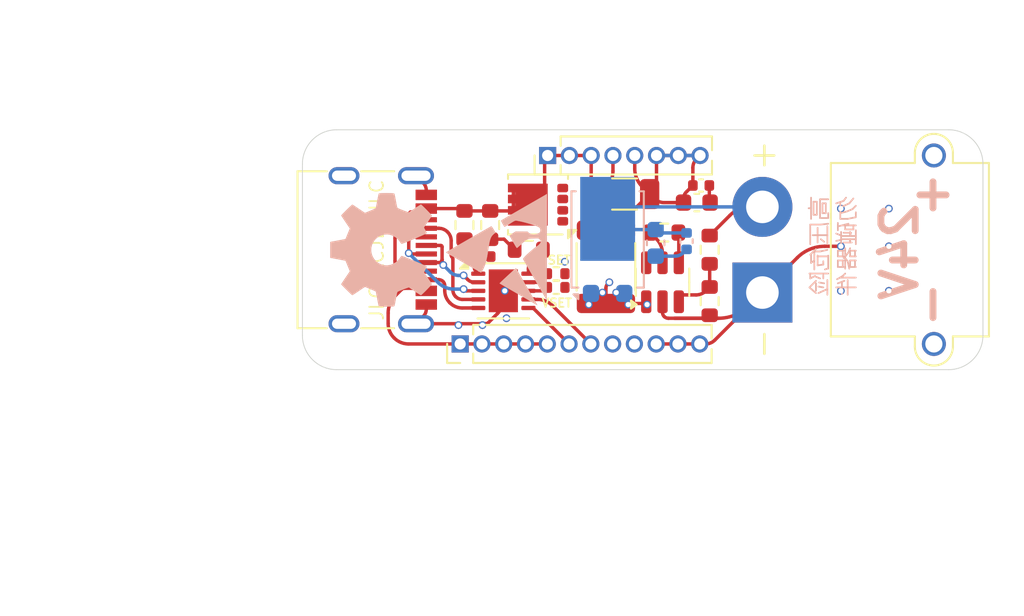
<source format=kicad_pcb>
(kicad_pcb (version 20240108) (generator "pcbnew") (generator_version "8.0")
  (layers (0 "F.Cu" signal) (31 "B.Cu" signal) (34 "B.Paste" user) (35 "F.Paste" user) (36 "B.SilkS" user "B.Silkscreen") (37 "F.SilkS" user "F.Silkscreen") (38 "B.Mask" user) (39 "F.Mask" user) (44 "Edge.Cuts" user))
  (net 0 "")
  (net 1 "GND")
  (net 2 "/HUSB238/CC2")
  (net 4 "/HUSB238/D-")
  (net 5 "/HUSB238/CC1")
  (net 6 "/HUSB238/D+")
  (net 8 "Net-(U1-ISET)")
  (net 9 "Net-(U1-VSET)")
  (net 10 "Net-(U1-VIN)")
  (net 11 "/SCL")
  (net 12 "/SDA")
  (net 13 "Net-(U2-FB)")
  (net 14 "Net-(U3-G)")
  (net 15 "/VIN-")
  (net 16 "/VIN+")
  (net 17 "+24V")
  (net 18 "/VBUS")
  (net 19 "Net-(U2-EN)")
  (net 20 "/MT3608-24V/SW")
  (net 22 "/HUSB238/gate")
  (footprint "Resistor_SMD:R_0402_1005Metric" (layer "F.Cu") (at 128.3 105.2)
    (property "Reference" "R7" (hide yes))
    (property "Value" "NC")
    (pad "1" smd roundrect (at -0.51 0) (size 0.54 0.64) (layers "F.Cu" "F.Paste" "F.Mask") (net 9 "Net-(U1-VSET)"))
    (pad "2" smd roundrect (at 0.51 0) (size 0.54 0.64) (layers "F.Cu" "F.Paste" "F.Mask") (net 1 "GND"))
  )
  (footprint "Connector_AMASS:AMASS_XT30PW-M_1x02_P2.50mm_Horizontal" (layer "F.Cu") (at 140.325 105.5 -90)
    (property "Reference" "J2" (hide yes))
    (property "Value" "Conn_01x02_Pin")
    (fp_text user "+" (at -8 0 90) (layer "F.SilkS") (effects (font (size 1.5 1.5))))
    (fp_text user "-" (at 3 0 90) (layer "F.SilkS") (effects (font (size 1.5 1.5))))
    (pad "" thru_hole circle (at -8 -10 270) (size 1.4 1.4) (drill 1) (layers "*.Cu" "*.Mask"))
    (pad "" thru_hole circle (at 3 -10 270) (size 1.4 1.4) (drill 1) (layers "*.Cu" "*.Mask"))
    (pad "1" thru_hole rect (at 0 0 270) (size 3.5 3.5) (drill 1.9) (layers "*.Cu" "*.Mask") (net 1 "GND"))
    (pad "2" thru_hole circle (at -5 0 270) (size 3.5 3.5) (drill 1.9) (layers "*.Cu" "*.Mask") (net 17 "+24V"))
  )
  (footprint "Connector_USB:USB_C_Receptacle_G-Switch_GT-USB-7010ASV" (layer "F.Cu") (at 117 103 -90)
    (property "Reference" "J1" (hide yes))
    (property "Value" "USB_C_Receptacle_USB2.0_16P")
    (pad "" np_thru_hole circle (at -2.89 -2.605 270) (size 0.65 0.65) (drill 0.65) (layers "*.Cu" "*.Mask"))
    (pad "" np_thru_hole circle (at 2.89 -2.605 270) (size 0.65 0.65) (drill 0.65) (layers "*.Cu" "*.Mask"))
    (pad "A1" smd rect (at -3.2 -3.725 270) (size 0.6 1.24) (layers "F.Cu" "F.Paste" "F.Mask") (net 1 "GND"))
    (pad "A4" smd rect (at -2.4 -3.725 270) (size 0.6 1.24) (layers "F.Cu" "F.Paste" "F.Mask") (net 18 "/VBUS"))
    (pad "A5" smd rect (at -1.25 -3.725 270) (size 0.3 1.24) (layers "F.Cu" "F.Paste" "F.Mask") (net 5 "/HUSB238/CC1"))
    (pad "A6" smd rect (at -0.25 -3.725 270) (size 0.3 1.24) (layers "F.Cu" "F.Paste" "F.Mask") (net 6 "/HUSB238/D+"))
    (pad "A7" smd rect (at 0.25 -3.725 270) (size 0.3 1.24) (layers "F.Cu" "F.Paste" "F.Mask") (net 4 "/HUSB238/D-"))
    (pad "A8" smd rect (at 1.25 -3.725 270) (size 0.3 1.24) (layers "F.Cu" "F.Paste" "F.Mask"))
    (pad "A9" smd rect (at 2.4 -3.725 270) (size 0.6 1.24) (layers "F.Cu" "F.Paste" "F.Mask") (net 18 "/VBUS"))
    (pad "A12" smd rect (at 3.2 -3.725 270) (size 0.6 1.24) (layers "F.Cu" "F.Paste" "F.Mask") (net 1 "GND"))
    (pad "B1" smd rect (at 3.2 -3.725 270) (size 0.6 1.24) (layers "F.Cu" "F.Paste" "F.Mask") (net 1 "GND"))
    (pad "B4" smd rect (at 2.4 -3.725 270) (size 0.6 1.24) (layers "F.Cu" "F.Paste" "F.Mask") (net 18 "/VBUS"))
    (pad "B5" smd rect (at 1.75 -3.725 270) (size 0.3 1.24) (layers "F.Cu" "F.Paste" "F.Mask") (net 2 "/HUSB238/CC2"))
    (pad "B6" smd rect (at 0.75 -3.725 270) (size 0.3 1.24) (layers "F.Cu" "F.Paste" "F.Mask") (net 6 "/HUSB238/D+"))
    (pad "B7" smd rect (at -0.75 -3.725 270) (size 0.3 1.24) (layers "F.Cu" "F.Paste" "F.Mask") (net 4 "/HUSB238/D-"))
    (pad "B8" smd rect (at -1.75 -3.725 270) (size 0.3 1.24) (layers "F.Cu" "F.Paste" "F.Mask"))
    (pad "B9" smd rect (at -2.4 -3.725 270) (size 0.6 1.24) (layers "F.Cu" "F.Paste" "F.Mask") (net 18 "/VBUS"))
    (pad "B12" smd rect (at -3.2 -3.725 270) (size 0.6 1.24) (layers "F.Cu" "F.Paste" "F.Mask") (net 1 "GND"))
    (pad "S1" thru_hole oval (at -4.32 -3.125 270) (size 1 2.1) (drill oval 0.6 1.7) (layers "*.Cu" "*.Mask") (net 1 "GND"))
    (pad "S1" thru_hole oval (at -4.32 1.075 270) (size 1 1.8) (drill oval 0.6 1.4) (layers "*.Cu" "*.Mask") (net 1 "GND"))
    (pad "S1" thru_hole oval (at 4.32 -3.125 270) (size 1 2.1) (drill oval 0.6 1.7) (layers "*.Cu" "*.Mask") (net 1 "GND"))
    (pad "S1" thru_hole oval (at 4.32 1.075 270) (size 1 1.8) (drill oval 0.6 1.4) (layers "*.Cu" "*.Mask") (net 1 "GND"))
  )
  (footprint "Inductor_SMD:L_1812_4532Metric" (layer "F.Cu") (at 131.2 104 -90)
    (property "Reference" "L1" (hide yes))
    (property "Value" "22uH")
    (pad "1" smd roundrect (at -2.1375 0 270) (size 1.125 3.4) (layers "F.Cu" "F.Paste" "F.Mask") (roundrect_rratio 0.222222) (net 15 "/VIN-"))
    (pad "2" smd roundrect (at 2.1375 0 270) (size 1.125 3.4) (layers "F.Cu" "F.Paste" "F.Mask") (roundrect_rratio 0.222222) (net 20 "/MT3608-24V/SW"))
  )
  (footprint "Capacitor_SMD:C_0402_1005Metric" (layer "F.Cu") (at 136.75 99.25)
    (property "Reference" "C2" (hide yes))
    (property "Value" "1uF")
    (pad "1" smd roundrect (at -0.48 0) (size 0.56 0.62) (layers "F.Cu" "F.Paste" "F.Mask") (net 15 "/VIN-"))
    (pad "2" smd roundrect (at 0.48 0) (size 0.56 0.62) (layers "F.Cu" "F.Paste" "F.Mask") (net 1 "GND"))
  )
  (footprint "Connector_PinHeader_1.27mm:PinHeader_1x12_P1.27mm_Vertical" (layer "F.Cu") (at 122.7 108.5 90)
    (property "Reference" "J5" (hide yes))
    (property "Value" "Conn_01x12_Pin")
    (pad "1" thru_hole rect (at 0 0 90) (size 1 1) (drill 0.65) (layers "*.Cu" "*.Mask") (net 18 "/VBUS"))
    (pad "2" thru_hole oval (at 0 1.27 90) (size 1 1) (drill 0.65) (layers "*.Cu" "*.Mask") (net 18 "/VBUS"))
    (pad "3" thru_hole oval (at 0 2.54 90) (size 1 1) (drill 0.65) (layers "*.Cu" "*.Mask") (net 18 "/VBUS"))
    (pad "4" thru_hole oval (at 0 3.81 90) (size 1 1) (drill 0.65) (layers "*.Cu" "*.Mask") (net 18 "/VBUS"))
    (pad "5" thru_hole oval (at 0 5.08 90) (size 1 1) (drill 0.65) (layers "*.Cu" "*.Mask") (net 18 "/VBUS"))
    (pad "6" thru_hole oval (at 0 6.35 90) (size 1 1) (drill 0.65) (layers "*.Cu" "*.Mask") (net 12 "/SDA"))
    (pad "7" thru_hole oval (at 0 7.62 90) (size 1 1) (drill 0.65) (layers "*.Cu" "*.Mask") (net 11 "/SCL"))
    (pad "8" thru_hole oval (at 0 8.89 90) (size 1 1) (drill 0.65) (layers "*.Cu" "*.Mask") (net 1 "GND"))
    (pad "9" thru_hole oval (at 0 10.16 90) (size 1 1) (drill 0.65) (layers "*.Cu" "*.Mask") (net 1 "GND"))
    (pad "10" thru_hole oval (at 0 11.43 90) (size 1 1) (drill 0.65) (layers "*.Cu" "*.Mask") (net 1 "GND"))
    (pad "11" thru_hole oval (at 0 12.7 90) (size 1 1) (drill 0.65) (layers "*.Cu" "*.Mask") (net 1 "GND"))
    (pad "12" thru_hole oval (at 0 13.97 90) (size 1 1) (drill 0.65) (layers "*.Cu" "*.Mask") (net 1 "GND"))
  )
  (footprint "Resistor_SMD:R_1206_3216Metric" (layer "F.Cu") (at 132.2875 99.75)
    (property "Reference" "R8" (hide yes))
    (property "Value" "20mR")
    (pad "1" smd roundrect (at -1.4625 0) (size 1.125 1.75) (layers "F.Cu" "F.Paste" "F.Mask") (roundrect_rratio 0.222222) (net 16 "/VIN+"))
    (pad "2" smd roundrect (at 1.4625 0) (size 1.125 1.75) (layers "F.Cu" "F.Paste" "F.Mask") (roundrect_rratio 0.222222) (net 15 "/VIN-"))
  )
  (footprint "Resistor_SMD:R_0603_1608Metric" (layer "F.Cu") (at 137.25 103 -90)
    (property "Reference" "R5" (hide yes))
    (property "Value" "200K")
    (pad "1" smd roundrect (at -0.825 0 270) (size 0.8 0.95) (layers "F.Cu" "F.Paste" "F.Mask") (net 17 "+24V"))
    (pad "2" smd roundrect (at 0.825 0 270) (size 0.8 0.95) (layers "F.Cu" "F.Paste" "F.Mask") (net 13 "Net-(U2-FB)"))
  )
  (footprint "Capacitor_SMD:C_0402_1005Metric" (layer "F.Cu") (at 124 103.4)
    (property "Reference" "C1" (hide yes))
    (property "Value" "1uF")
    (pad "1" smd roundrect (at -0.48 0) (size 0.56 0.62) (layers "F.Cu" "F.Paste" "F.Mask") (net 10 "Net-(U1-VIN)"))
    (pad "2" smd roundrect (at 0.48 0) (size 0.56 0.62) (layers "F.Cu" "F.Paste" "F.Mask") (net 1 "GND"))
  )
  (footprint "Package_TO_SOT_SMD:SOT-23-6" (layer "F.Cu") (at 134.5 104.9 90)
    (property "Reference" "U2" (hide yes))
    (property "Value" "MT3608")
    (pad "1" smd roundrect (at -1.1375 -0.95 90) (size 1.325 0.6) (layers "F.Cu" "F.Paste" "F.Mask") (net 20 "/MT3608-24V/SW"))
    (pad "2" smd roundrect (at -1.1375 0 90) (size 1.325 0.6) (layers "F.Cu" "F.Paste" "F.Mask") (net 1 "GND"))
    (pad "3" smd roundrect (at -1.1375 0.95 90) (size 1.325 0.6) (layers "F.Cu" "F.Paste" "F.Mask") (net 13 "Net-(U2-FB)"))
    (pad "4" smd roundrect (at 1.1375 0.95 90) (size 1.325 0.6) (layers "F.Cu" "F.Paste" "F.Mask") (net 19 "Net-(U2-EN)"))
    (pad "5" smd roundrect (at 1.1375 0 90) (size 1.325 0.6) (layers "F.Cu" "F.Paste" "F.Mask") (net 15 "/VIN-"))
    (pad "6" smd roundrect (at 1.1375 -0.95 90) (size 1.325 0.6) (layers "F.Cu" "F.Paste" "F.Mask"))
  )
  (footprint "Resistor_SMD:R_0603_1608Metric" (layer "F.Cu") (at 126.7 103)
    (property "Reference" "R3" (hide yes))
    (property "Value" "30K")
    (pad "1" smd roundrect (at -0.825 0) (size 0.8 0.95) (layers "F.Cu" "F.Paste" "F.Mask") (net 14 "Net-(U3-G)"))
    (pad "2" smd roundrect (at 0.825 0) (size 0.8 0.95) (layers "F.Cu" "F.Paste" "F.Mask") (net 22 "/HUSB238/gate"))
  )
  (footprint "Capacitor_SMD:C_0603_1608Metric" (layer "F.Cu") (at 136.5 100.25)
    (property "Reference" "C3" (hide yes))
    (property "Value" "10uF")
    (pad "1" smd roundrect (at -0.775 0) (size 0.9 0.95) (layers "F.Cu" "F.Paste" "F.Mask") (net 15 "/VIN-"))
    (pad "2" smd roundrect (at 0.775 0) (size 0.9 0.95) (layers "F.Cu" "F.Paste" "F.Mask") (net 1 "GND"))
  )
  (footprint "Resistor_SMD:R_0402_1005Metric" (layer "F.Cu") (at 128.3 104.4)
    (property "Reference" "R4" (hide yes))
    (property "Value" "10.5K")
    (pad "1" smd roundrect (at -0.51 0) (size 0.54 0.64) (layers "F.Cu" "F.Paste" "F.Mask") (net 8 "Net-(U1-ISET)"))
    (pad "2" smd roundrect (at 0.51 0) (size 0.54 0.64) (layers "F.Cu" "F.Paste" "F.Mask") (net 1 "GND"))
  )
  (footprint "Resistor_SMD:R_0603_1608Metric" (layer "F.Cu") (at 134.6 102)
    (property "Reference" "R9" (hide yes))
    (property "Value" "100K")
    (pad "1" smd roundrect (at -0.825 0) (size 0.8 0.95) (layers "F.Cu" "F.Paste" "F.Mask") (net 15 "/VIN-"))
    (pad "2" smd roundrect (at 0.825 0) (size 0.8 0.95) (layers "F.Cu" "F.Paste" "F.Mask") (net 19 "Net-(U2-EN)"))
  )
  (footprint "Connector_PinHeader_1.27mm:PinHeader_1x08_P1.27mm_Vertical" (layer "F.Cu") (at 127.8 97.5 90)
    (property "Reference" "J4" (hide yes))
    (property "Value" "Conn_01x08_Pin")
    (pad "1" thru_hole rect (at 0 0 90) (size 1 1) (drill 0.65) (layers "*.Cu" "*.Mask") (net 16 "/VIN+"))
    (pad "2" thru_hole oval (at 0 1.27 90) (size 1 1) (drill 0.65) (layers "*.Cu" "*.Mask") (net 16 "/VIN+"))
    (pad "3" thru_hole oval (at 0 2.54 90) (size 1 1) (drill 0.65) (layers "*.Cu" "*.Mask") (net 16 "/VIN+"))
    (pad "4" thru_hole oval (at 0 3.81 90) (size 1 1) (drill 0.65) (layers "*.Cu" "*.Mask") (net 16 "/VIN+"))
    (pad "5" thru_hole oval (at 0 5.08 90) (size 1 1) (drill 0.65) (layers "*.Cu" "*.Mask") (net 15 "/VIN-"))
    (pad "6" thru_hole oval (at 0 6.35 90) (size 1 1) (drill 0.65) (layers "*.Cu" "*.Mask") (net 15 "/VIN-"))
    (pad "7" thru_hole oval (at 0 7.62 90) (size 1 1) (drill 0.65) (layers "*.Cu" "*.Mask") (net 15 "/VIN-"))
    (pad "8" thru_hole oval (at 0 8.89 90) (size 1 1) (drill 0.65) (layers "*.Cu" "*.Mask") (net 15 "/VIN-"))
  )
  (footprint "Resistor_SMD:R_0603_1608Metric" (layer "F.Cu") (at 124.45 101.56 -90)
    (property "Reference" "R2" (hide yes))
    (property "Value" "100K")
    (pad "1" smd roundrect (at -0.825 0 270) (size 0.8 0.95) (layers "F.Cu" "F.Paste" "F.Mask") (net 18 "/VBUS"))
    (pad "2" smd roundrect (at 0.825 0 270) (size 0.8 0.95) (layers "F.Cu" "F.Paste" "F.Mask") (net 14 "Net-(U3-G)"))
  )
  (footprint "Resistor_SMD:R_0603_1608Metric" (layer "F.Cu") (at 122.95 101.56 -90)
    (property "Reference" "R1" (hide yes))
    (property "Value" "10R")
    (pad "1" smd roundrect (at -0.825 0 270) (size 0.8 0.95) (layers "F.Cu" "F.Paste" "F.Mask") (net 18 "/VBUS"))
    (pad "2" smd roundrect (at 0.825 0 270) (size 0.8 0.95) (layers "F.Cu" "F.Paste" "F.Mask") (net 10 "Net-(U1-VIN)"))
  )
  (footprint "Package_DFN_QFN:DFN-10-1EP_3x3mm_P0.5mm_EP1.7x2.5mm" (layer "F.Cu") (at 125.2175 105.4)
    (property "Reference" "U1" (hide yes))
    (property "Value" "HUSB238")
    (pad "1" smd roundrect (at -1.4625 -1) (size 0.825 0.25) (layers "F.Cu" "F.Paste" "F.Mask") (net 10 "Net-(U1-VIN)"))
    (pad "2" smd roundrect (at -1.4625 -0.5) (size 0.825 0.25) (layers "F.Cu" "F.Paste" "F.Mask") (net 6 "/HUSB238/D+"))
    (pad "3" smd roundrect (at -1.4625 0) (size 0.825 0.25) (layers "F.Cu" "F.Paste" "F.Mask") (net 4 "/HUSB238/D-"))
    (pad "4" smd roundrect (at -1.4625 0.5) (size 0.825 0.25) (layers "F.Cu" "F.Paste" "F.Mask") (net 5 "/HUSB238/CC1"))
    (pad "5" smd roundrect (at -1.4625 1) (size 0.825 0.25) (layers "F.Cu" "F.Paste" "F.Mask") (net 2 "/HUSB238/CC2"))
    (pad "6" smd roundrect (at 1.4625 1) (size 0.825 0.25) (layers "F.Cu" "F.Paste" "F.Mask") (net 12 "/SDA"))
    (pad "7" smd roundrect (at 1.4625 0.5) (size 0.825 0.25) (layers "F.Cu" "F.Paste" "F.Mask") (net 11 "/SCL"))
    (pad "8" smd roundrect (at 1.4625 0) (size 0.825 0.25) (layers "F.Cu" "F.Paste" "F.Mask") (net 9 "Net-(U1-VSET)"))
    (pad "9" smd roundrect (at 1.4625 -0.5) (size 0.825 0.25) (layers "F.Cu" "F.Paste" "F.Mask") (net 8 "Net-(U1-ISET)"))
    (pad "10" smd roundrect (at 1.4625 -1) (size 0.825 0.25) (layers "F.Cu" "F.Paste" "F.Mask") (net 22 "/HUSB238/gate"))
    (pad "11" smd rect (at 0 0) (size 1.7 2.5) (property pad_prop_heatsink) (layers "F.Cu" "F.Mask") (net 1 "GND"))
  )
  (footprint "Resistor_SMD:R_0603_1608Metric" (layer "F.Cu") (at 137.25 106 -90)
    (property "Reference" "R6" (hide yes))
    (property "Value" "5.1K")
    (pad "1" smd roundrect (at -0.825 0 270) (size 0.8 0.95) (layers "F.Cu" "F.Paste" "F.Mask") (net 13 "Net-(U2-FB)"))
    (pad "2" smd roundrect (at 0.825 0 270) (size 0.8 0.95) (layers "F.Cu" "F.Paste" "F.Mask") (net 1 "GND"))
  )
  (footprint "Package_SON:VSON-8_3.3x3.3mm_P0.65mm_NexFET" (layer "F.Cu") (at 127.24 100.37 180)
    (property "Reference" "U3" (hide yes))
    (property "Value" "CSD25402Q3A")
    (pad "1" smd roundrect (at -1.44 -0.97 180) (size 0.63 0.5) (layers "F.Cu" "F.Paste" "F.Mask") (net 16 "/VIN+"))
    (pad "2" smd roundrect (at -1.44 -0.33 180) (size 0.63 0.5) (layers "F.Cu" "F.Paste" "F.Mask") (net 16 "/VIN+"))
    (pad "3" smd roundrect (at -1.44 0.33 180) (size 0.63 0.5) (layers "F.Cu" "F.Paste" "F.Mask") (net 16 "/VIN+"))
    (pad "4" smd roundrect (at -1.44 0.97 180) (size 0.63 0.5) (layers "F.Cu" "F.Paste" "F.Mask") (net 14 "Net-(U3-G)"))
    (pad "5" smd custom (at 0.385 0 180) (size 1.9 2.45) (layers "F.Cu" "F.Mask") (net 18 "/VBUS") (options (clearance outline) (anchor rect)) (primitives (gr_poly (pts (xy 1.371 -0.72) (xy 0.95 -0.72) (xy 0.95 -0.58) (xy 1.37 -0.58) (xy 1.37 -0.08) (xy 0.95 -0.08) (xy 0.95 0.08) (xy 1.37 0.08) (xy 1.37 0.58) (xy 0.95 0.58) (xy 0.95 0.72) (xy 1.37 0.72) (xy 1.37 1.225) (xy -0.95 1.225) (xy -0.95 -1.225) (xy 1.371 -1.225)) (width 0) (fill yes))))
  )
  (footprint "Symbol:OSHW-Symbol_6.7x6mm_SilkScreen" (layer "B.Cu") (at 118.1 103 -90)
    (property "Reference" "REF**" (hide yes))
    (property "Value" "OSHW-Symbol_6.7x6mm_SilkScreen" (hide yes))
  )
  (footprint "Package_TO_SOT_SMD:TO-277B" (layer "B.Cu") (at 131.3 102.4)
    (property "Reference" "D2" (hide yes))
    (property "Value" "D_Schottky")
    (pad "1" smd rect (at 0 -1.2) (size 3.2 4.9) (layers "B.Cu" "B.Mask") (net 17 "+24V"))
    (pad "2" smd roundrect (at -0.97 3.15) (size 0.95 1) (layers "B.Cu" "B.Paste" "B.Mask") (net 20 "/MT3608-24V/SW"))
    (pad "2" smd roundrect (at 0.97 3.15) (size 0.95 1) (layers "B.Cu" "B.Paste" "B.Mask") (net 20 "/MT3608-24V/SW"))
  )
  (footprint "Capacitor_SMD:C_0603_1608Metric" (layer "B.Cu") (at 134.1 102.6 -90)
    (property "Reference" "C4" (hide yes))
    (property "Value" "10uF")
    (pad "1" smd roundrect (at -0.775 0 270) (size 0.9 0.95) (layers "B.Cu" "B.Paste" "B.Mask") (net 17 "+24V"))
    (pad "2" smd roundrect (at 0.775 0 270) (size 0.9 0.95) (layers "B.Cu" "B.Paste" "B.Mask") (net 1 "GND"))
  )
  (footprint "Symbol:ESD-Logo_6.6x6mm_SilkScreen" (layer "B.Cu") (at 124.8 103 -90)
    (property "Reference" "REF**" (hide yes))
    (property "Value" "ESD-Logo_6.6x6mm_SilkScreen" (hide yes))
  )
  (footprint "Capacitor_SMD:C_0402_1005Metric" (layer "B.Cu") (at 135.9 102.5 -90)
    (property "Reference" "C5" (hide yes))
    (property "Value" "1uF")
    (pad "1" smd roundrect (at -0.48 0 270) (size 0.56 0.62) (layers "B.Cu" "B.Paste" "B.Mask") (net 17 "+24V"))
    (pad "2" smd roundrect (at 0.48 0 270) (size 0.56 0.62) (layers "B.Cu" "B.Paste" "B.Mask") (net 1 "GND"))
  )
  (gr_arc (start 151.1858 96) (mid 152.6 96.585786) (end 153.185786 98.007483) (stroke (width 0.05)) (layer "Edge.Cuts"))
  (gr_line (start 113.5 108) (end 113.5 98) (stroke (width 0.05)) (layer "Edge.Cuts"))
  (gr_arc (start 153.185786 108) (mid 152.6 109.414214) (end 151.185786 110) (stroke (width 0.05)) (layer "Edge.Cuts"))
  (gr_line (start 151.185786 110) (end 115.5 110) (stroke (width 0.05)) (layer "Edge.Cuts"))
  (gr_line (start 153.185786 98.007483) (end 153.185786 108) (stroke (width 0.05)) (layer "Edge.Cuts"))
  (gr_arc (start 115.5 110) (mid 114.085786 109.414214) (end 113.5 108) (stroke (width 0.05)) (layer "Edge.Cuts"))
  (gr_arc (start 113.5 98) (mid 114.085786 96.585786) (end 115.5 96) (stroke (width 0.05)) (layer "Edge.Cuts"))
  (gr_line (start 115.5 96) (end 151.1858 96) (stroke (width 0.05)) (layer "Edge.Cuts"))
  (gr_text "高压危险\n勿碰器件" (at 145.9 99.8 90) (layer "B.SilkS") (effects (font (size 1 1) (thickness 0.1)) (justify left bottom mirror)))
  (gr_text "24V" (at 149.5 100.1 90) (layer "B.SilkS") (effects (font (size 2 2) (thickness 0.4) (bold yes)) (justify left bottom mirror)))
  (gr_text "+" (at 151.3 98.3 90) (layer "B.SilkS") (effects (font (size 2 2) (thickness 0.4) (bold yes)) (justify left bottom mirror)))
  (gr_text "-" (at 151.3 104.7 90) (layer "B.SilkS") (effects (font (size 2 2) (thickness 0.4) (bold yes)) (justify left bottom mirror)))
  (gr_text "JLCJLCJLCJLC" (at 118.3 107.2 90) (layer "F.SilkS") (effects (font (size 0.8 0.8) (thickness 0.1)) (justify left bottom)))
  (gr_text "ISET" (at 127.5 103.9 0) (layer "F.SilkS") (effects (font (size 0.5 0.5) (thickness 0.1)) (justify left bottom)))
  (gr_text "VSET" (at 127.4 106.4 0) (layer "F.SilkS") (effects (font (size 0.5 0.5) (thickness 0.1)) (justify left bottom)))
  (segment (start 136.3725 108.5) (end 134.15 108.5) (width 0.2) (layer "F.Cu") (net 1))
  (segment (start 137.764339 107) (end 135.200001 107) (width 0.2) (layer "F.Cu") (net 1))
  (segment (start 124.575 106.375) (end 124.575 104.925) (width 0.2) (layer "F.Cu") (net 1))
  (segment (start 124.18 107.32) (end 124.136568 107.32) (width 0.2) (layer "F.Cu") (net 1))
  (segment (start 137.0075 108.5) (end 136.3725 108.5) (width 0.2) (layer "F.Cu") (net 1))
  (segment (start 137.2525 100.2275) (end 137.275 100.25) (width 0.2) (layer "F.Cu") (net 1))
  (segment (start 124.35071 107.249289) (end 124.868911 106.731088) (width 0.2) (layer "F.Cu") (net 1))
  (segment (start 120.541152 99.096152) (end 120.125 98.68) (width 0.2) (layer "F.Cu") (net 1))
  (segment (start 136.951256 107) (end 134.841421 107) (width 0.2) (layer "F.Cu") (net 1))
  (segment (start 137.23 100.17318) (end 137.23 99.26) (width 0.2) (layer "F.Cu") (net 1))
  (segment (start 122.6 107.4) (end 122.64 107.36) (width 0.2) (layer "F.Cu") (net 1))
  (segment (start 124.04 107.36) (end 124 107.4) (width 0.2) (layer "F.Cu") (net 1))
  (segment (start 123.863431 107.32) (end 122.736568 107.32) (width 0.2) (layer "F.Cu") (net 1))
  (segment (start 141.075 104.75) (end 139.575 106.25) (width 0.2) (layer "F.Cu") (net 1))
  (segment (start 134.5 106.658578) (end 134.5 106.0375) (width 0.2) (layer "F.Cu") (net 1))
  (segment (start 120.424999 107.019999) (end 120.541152 106.903847) (width 0.2) (layer "F.Cu") (net 1))
  (segment (start 123.96 107.36) (end 124 107.4) (width 0.2) (layer "F.Cu") (net 1))
  (segment (start 144.9 102.8) (end 143.9625 102.8) (width 0.2) (layer "F.Cu") (net 1))
  (segment (start 137.1625 106.9125) (end 137.25 106.825) (width 0.2) (layer "F.Cu") (net 1))
  (segment (start 122.6 107.4) (end 122.56 107.36) (width 0.2) (layer "F.Cu") (net 1))
  (segment (start 139.575 106.25) (end 141.075 104.75) (width 0.2) (layer "F.Cu") (net 1))
  (segment (start 137.24 99.25) (end 137.25 99.25) (width 0.2) (layer "F.Cu") (net 1))
  (segment (start 125.3 105.4) (end 125.2175 105.4) (width 0.2) (layer "F.Cu") (net 1))
  (segment (start 134.5 105.6375) (end 134.5 106.299999) (width 0.2) (layer "F.Cu") (net 1))
  (segment (start 120.725 106.46) (end 120.725 106.2) (width 0.2) (layer "F.Cu") (net 1))
  (segment (start 137.549506 108.275493) (end 139.575 106.25) (width 0.2) (layer "F.Cu") (net 1))
  (segment (start 125.3 105.4) (end 125.25875 105.89125) (width 0.2) (layer "F.Cu") (net 1))
  (segment (start 120.725 99.54) (end 120.725 99.8) (width 0.2) (layer "F.Cu") (net 1))
  (segment (start 120.549264 107.32) (end 122.463431 107.32) (width 0.2) (layer "F.Cu") (net 1))
  (segment (start 142.362087 103.462912) (end 141.075 104.75) (width 0.2) (layer "F.Cu") (net 1))
  (via (at 144.9 102.8) (size 0.45) (drill 0.3) (layers "F.Cu" "B.Cu") (net 1))
  (via (at 144.9 105.4) (size 0.45) (drill 0.3) (layers "F.Cu" "B.Cu") (net 1))
  (via (at 125.4 107) (size 0.45) (drill 0.3) (layers "F.Cu" "B.Cu") (net 1))
  (via (at 125.3 105.4) (size 0.45) (drill 0.3) (layers "F.Cu" "B.Cu") (net 1))
  (via (at 124 107.4) (size 0.45) (drill 0.3) (layers "F.Cu" "B.Cu") (net 1))
  (via (at 147.7 100.6) (size 0.45) (drill 0.3) (layers "F.Cu" "B.Cu") (net 1))
  (via (at 147.7 102.8) (size 0.45) (drill 0.3) (layers "F.Cu" "B.Cu") (net 1))
  (via (at 144.9 100.6) (size 0.45) (drill 0.3) (layers "F.Cu" "B.Cu") (net 1))
  (via (at 147.7 105.4) (size 0.45) (drill 0.3) (layers "F.Cu" "B.Cu") (net 1))
  (via (at 122.6 107.4) (size 0.45) (drill 0.3) (layers "F.Cu" "B.Cu") (net 1))
  (via (at 128.8 103.7) (size 0.45) (drill 0.3) (layers "F.Cu" "B.Cu") (net 1))
  (arc (start 137.24 99.25) (mid 137.232928 99.252928) (end 137.23 99.26) (width 0.2) (layer "F.Cu") (net 1))
  (arc (start 143.9625 102.8) (mid 143.096362 102.972285) (end 142.362087 103.462912) (width 0.2) (layer "F.Cu") (net 1))
  (arc (start 134.6 106.9) (mid 134.710764 106.97401) (end 134.841421 107) (width 0.2) (layer "F.Cu") (net 1))
  (arc (start 122.736568 107.32) (mid 122.684305 107.330395) (end 122.64 107.36) (width 0.2) (layer "F.Cu") (net 1))
  (arc (start 120.424999 107.019999) (mid 120.386904 107.211514) (end 120.549264 107.32) (width 0.2) (layer "F.Cu") (net 1))
  (arc (start 139.575 106.25) (mid 138.744261 106.805081) (end 137.764339 107) (width 0.2) (layer "F.Cu") (net 1))
  (arc (start 124.136568 107.32) (mid 124.084305 107.330395) (end 124.04 107.36) (width 0.2) (layer "F.Cu") (net 1))
  (arc (start 139.575 106.25) (mid 139.575 106.25) (end 139.575 106.25) (width 0.2) (layer "F.Cu") (net 1))
  (arc (start 124.35071 107.249289) (mid 124.272387 107.301622) (end 124.18 107.32) (width 0.2) (layer "F.Cu") (net 1))
  (arc (start 123.96 107.36) (mid 123.915693 107.330395) (end 123.863431 107.32) (width 0.2) (layer "F.Cu") (net 1))
  (arc (start 125.25875 105.89125) (mid 125.138251 106.345714) (end 124.868911 106.731088) (width 0.2) (layer "F.Cu") (net 1))
  (arc (start 137.23 100.17318) (mid 137.235847 100.202577) (end 137.2525 100.2275) (width 0.2) (layer "F.Cu") (net 1))
  (arc (start 137.549506 108.275493) (mid 137.300831 108.441652) (end 137.0075 108.5) (width 0.2) (layer "F.Cu") (net 1))
  (arc (start 122.56 107.36) (mid 122.515693 107.330395) (end 122.463431 107.32) (width 0.2) (layer "F.Cu") (net 1))
  (arc (start 134.5 106.658578) (mid 134.525989 106.789234) (end 134.6 106.9) (width 0.2) (layer "F.Cu") (net 1))
  (arc (start 137.1625 106.9125) (mid 137.06558 106.977259) (end 136.951256 107) (width 0.2) (layer "F.Cu") (net 1))
  (arc (start 120.725 106.46) (mid 120.677219 106.700208) (end 120.541152 106.903847) (width 0.2) (layer "F.Cu") (net 1))
  (arc (start 120.541152 99.096152) (mid 120.677219 99.299791) (end 120.725 99.54) (width 0.2) (layer "F.Cu") (net 1))
  (segment (start 135.7025 103.1775) (end 135.9 102.98) (width 0.2) (layer "B.Cu") (net 1))
  (segment (start 135.225692 103.375) (end 134.1 103.375) (width 0.2) (layer "B.Cu") (net 1))
  (arc (start 135.7025 103.1775) (mid 135.483738 103.323671) (end 135.225692 103.375) (width 0.2) (layer "B.Cu") (net 1))
  (segment (start 121.8 105.099956) (end 121.8 105.3775) (width 0.2) (layer "F.Cu") (net 2))
  (segment (start 121.450043 104.75) (end 120.725 104.75) (width 0.2) (layer "F.Cu") (net 2))
  (segment (start 122.1 106.1) (end 122.098752 106.098752) (width 0.2) (layer "F.Cu") (net 2))
  (segment (start 122.824264 106.4) (end 123.755 106.4) (width 0.2) (layer "F.Cu") (net 2))
  (arc (start 122.1 106.1) (mid 122.432295 106.322032) (end 122.824264 106.4) (width 0.2) (layer "F.Cu") (net 2))
  (arc (start 121.8 105.3775) (mid 121.877643 105.767838) (end 122.098752 106.098752) (width 0.2) (layer "F.Cu") (net 2))
  (arc (start 121.6975 104.8525) (mid 121.773361 104.966033) (end 121.8 105.099956) (width 0.2) (layer "F.Cu") (net 2))
  (arc (start 121.6975 104.8525) (mid 121.583965 104.776638) (end 121.450043 104.75) (width 0.2) (layer "F.Cu") (net 2))
  (segment (start 123.07071 105.4) (end 123.755 105.4) (width 0.2) (layer "F.Cu") (net 4))
  (segment (start 122.95 105.35) (end 122.9 105.3) (width 0.2) (layer "F.Cu") (net 4))
  (segment (start 119.7 103.2) (end 119.725 103.225) (width 0.2) (layer "F.Cu") (net 4))
  (segment (start 119.964601 102.25) (end 120.725 102.25) (width 0.2) (layer "F.Cu") (net 4))
  (segment (start 119.7 102.514601) (end 119.7 103.2) (width 0.2) (layer "F.Cu") (net 4))
  (segment (start 119.785355 103.25) (end 120.725 103.25) (width 0.2) (layer "F.Cu") (net 4))
  (via (at 122.9 105.3) (size 0.45) (drill 0.3) (layers "F.Cu" "B.Cu") (net 4))
  (via (at 119.7 103.2) (size 0.45) (drill 0.3) (layers "F.Cu" "B.Cu") (net 4))
  (arc (start 122.95 105.35) (mid 123.005382 105.387005) (end 123.07071 105.4) (width 0.2) (layer "F.Cu") (net 4))
  (arc (start 119.725 103.225) (mid 119.752691 103.243502) (end 119.785355 103.25) (width 0.2) (layer "F.Cu") (net 4))
  (arc (start 119.964601 102.25) (mid 119.863342 102.270141) (end 119.7775 102.3275) (width 0.2) (layer "F.Cu") (net 4))
  (arc (start 119.7775 102.3275) (mid 119.720141 102.413342) (end 119.7 102.514601) (width 0.2) (layer "F.Cu") (net 4))
  (segment (start 122.9 105.3) (end 122.35 105.3) (width 0.2) (layer "B.Cu") (net 4))
  (segment (start 119.7 103.2) (end 121.411091 104.911091) (width 0.2) (layer "B.Cu") (net 4))
  (arc (start 121.411091 104.911091) (mid 121.841866 105.198925) (end 122.35 105.3) (width 0.2) (layer "B.Cu") (net 4))
  (segment (start 122.175 103.304289) (end 122.175 102.47552) (width 0.2) (layer "F.Cu") (net 5))
  (segment (start 121.449479 101.75) (end 120.725 101.75) (width 0.2) (layer "F.Cu") (net 5))
  (segment (start 122.275 105.34519) (end 122.275 103.54571) (width 0.2) (layer "F.Cu") (net 5))
  (segment (start 122.829809 105.9) (end 123.755 105.9) (width 0.2) (layer "F.Cu") (net 5))
  (arc (start 122.225 103.425) (mid 122.262005 103.480382) (end 122.275 103.54571) (width 0.2) (layer "F.Cu") (net 5))
  (arc (start 122.275 105.34519) (mid 122.317232 105.557506) (end 122.4375 105.7375) (width 0.2) (layer "F.Cu") (net 5))
  (arc (start 121.9625 101.9625) (mid 122.119773 102.197875) (end 122.175 102.47552) (width 0.2) (layer "F.Cu") (net 5))
  (arc (start 121.9625 101.9625) (mid 121.727124 101.805226) (end 121.449479 101.75) (width 0.2) (layer "F.Cu") (net 5))
  (arc (start 122.4375 105.7375) (mid 122.617493 105.857767) (end 122.829809 105.9) (width 0.2) (layer "F.Cu") (net 5))
  (arc (start 122.175 103.304289) (mid 122.187994 103.369617) (end 122.225 103.425) (width 0.2) (layer "F.Cu") (net 5))
  (segment (start 121.645 103.579289) (end 121.645 102.835355) (width 0.2) (layer "F.Cu") (net 6))
  (segment (start 121.645 103.72071) (end 121.645 103.771412) (width 0.2) (layer "F.Cu") (net 6))
  (segment (start 122.9 104.499997) (end 123.139137 104.739134) (width 0.2) (layer "F.Cu") (net 6))
  (segment (start 121.474289 103.75) (end 120.725 103.75) (width 0.2) (layer "F.Cu") (net 6))
  (segment (start 121.645 103.579289) (end 121.645 103.72071) (width 0.2) (layer "F.Cu") (net 6))
  (segment (start 123.527501 104.9) (end 123.755 104.9) (width 0.2) (layer "F.Cu") (net 6))
  (segment (start 121.680141 103.85625) (end 121.715282 103.891391) (width 0.2) (layer "F.Cu") (net 6))
  (segment (start 121.559644 102.75) (end 120.725 102.75) (width 0.2) (layer "F.Cu") (net 6))
  (via (at 121.715282 103.891391) (size 0.45) (drill 0.3) (layers "F.Cu" "B.Cu") (net 6))
  (via (at 122.9 104.499997) (size 0.45) (drill 0.3) (layers "F.Cu" "B.Cu") (net 6))
  (arc (start 121.62 102.775) (mid 121.592308 102.756497) (end 121.559644 102.75) (width 0.2) (layer "F.Cu") (net 6))
  (arc (start 121.595 103.7) (mid 121.632005 103.644617) (end 121.645 103.579289) (width 0.2) (layer "F.Cu") (net 6))
  (arc (start 121.645 103.72071) (mid 121.626919 103.69365) (end 121.595 103.7) (width 0.2) (layer "F.Cu") (net 6))
  (arc (start 121.595 103.7) (mid 121.539617 103.737005) (end 121.474289 103.75) (width 0.2) (layer "F.Cu") (net 6))
  (arc (start 121.645 103.771412) (mid 121.654132 103.817326) (end 121.680141 103.85625) (width 0.2) (layer "F.Cu") (net 6))
  (arc (start 123.139137 104.739134) (mid 123.31732 104.858192) (end 123.527501 104.9) (width 0.2) (layer "F.Cu") (net 6))
  (arc (start 121.62 102.775) (mid 121.638502 102.802691) (end 121.645 102.835355) (width 0.2) (layer "F.Cu") (net 6))
  (segment (start 122.611944 104.499997) (end 122.9 104.499997) (width 0.2) (layer "B.Cu") (net 6))
  (segment (start 122.120201 104.29631) (end 121.715282 103.891391) (width 0.2) (layer "B.Cu") (net 6))
  (arc (start 122.120201 104.29631) (mid 122.345814 104.44706) (end 122.611944 104.499997) (width 0.2) (layer "B.Cu") (net 6))
  (segment (start 126.68 104.9) (end 127.151076 104.9) (width 0.2) (layer "F.Cu") (net 8))
  (segment (start 127.151076 104.9) (end 127.651076 104.4) (width 0.2) (layer "F.Cu") (net 8))
  (segment (start 127.651076 104.4) (end 127.79 104.4) (width 0.2) (layer "F.Cu") (net 8))
  (segment (start 127.79 105.2) (end 127.59 105.4) (width 0.2) (layer "F.Cu") (net 9))
  (segment (start 127.59 105.4) (end 126.68 105.4) (width 0.2) (layer "F.Cu") (net 9))
  (segment (start 123.52 103.998829) (end 123.52 103.6225) (width 0.2) (layer "F.Cu") (net 10))
  (segment (start 123.6375 104.2825) (end 123.755 104.4) (width 0.2) (layer "F.Cu") (net 10))
  (segment (start 123.362668 102.797668) (end 122.95 102.385) (width 0.2) (layer "F.Cu") (net 10))
  (segment (start 123.52 103.1775) (end 123.52 103.6225) (width 0.2) (layer "F.Cu") (net 10))
  (arc (start 123.362668 102.797668) (mid 123.47911 102.971936) (end 123.52 103.1775) (width 0.2) (layer "F.Cu") (net 10))
  (arc (start 123.52 103.998829) (mid 123.550537 104.15235) (end 123.6375 104.2825) (width 0.2) (layer "F.Cu") (net 10))
  (segment (start 127.2 105.9) (end 126.68 105.9) (width 0.2) (layer "F.Cu") (net 11))
  (segment (start 128.087695 106.267695) (end 130.32 108.5) (width 0.2) (layer "F.Cu") (net 11))
  (arc (start 128.087695 106.267695) (mid 127.680417 105.99556) (end 127.2 105.9) (width 0.2) (layer "F.Cu") (net 11))
  (segment (start 126.95 106.4) (end 126.68 106.4) (width 0.2) (layer "F.Cu") (net 12))
  (segment (start 129.05 108.5) (end 126.95 106.4) (width 0.2) (layer "F.Cu") (net 12))
  (segment (start 137.25 104.847963) (end 137.25 103.825) (width 0.2) (layer "F.Cu") (net 13))
  (segment (start 136.460463 105.6375) (end 135.45 105.6375) (width 0.2) (layer "F.Cu") (net 13))
  (arc (start 137.25 104.847963) (mid 137.1899 105.150105) (end 137.01875 105.40625) (width 0.2) (layer "F.Cu") (net 13))
  (arc (start 137.01875 105.40625) (mid 136.762605 105.5774) (end 136.460463 105.6375) (width 0.2) (layer "F.Cu") (net 13))
  (segment (start 125.26 102.385) (end 125.875 103) (width 0.2) (layer "F.Cu") (net 14))
  (segment (start 124.45 102.385) (end 125.26 102.385) (width 0.2) (layer "F.Cu") (net 14))
  (segment (start 133.949999 99.549999) (end 133.904679 99.59532) (width 0.2) (layer "F.Cu") (net 15))
  (segment (start 135.42 97.5) (end 136.393015 97.5) (width 0.2) (layer "F.Cu") (net 15))
  (segment (start 133.53125 99.75) (end 133.3125 99.75) (width 0.2) (layer "F.Cu") (net 15))
  (segment (start 136.27 98.216984) (end 136.27 99.25) (width 0.2) (layer "F.Cu") (net 15))
  (segment (start 131.792179 101.70782) (end 133.59532 99.904679) (width 0.2) (layer "F.Cu") (net 15))
  (segment (start 134.603553 100.25) (end 135.4975 100.25) (width 0.2) (layer "F.Cu") (net 15))
  (segment (start 134 100) (end 133.904679 99.904679) (width 0.2) (layer "F.Cu") (net 15))
  (segment (start 133.59532 99.59532) (end 133.315 99.315) (width 0.2) (layer "F.Cu") (net 15))
  (segment (start 134.1375 102.3625) (end 133.775 102) (width 0.2) (layer "F.Cu") (net 15))
  (segment (start 134.15 97.5) (end 135.42 97.5) (width 0.2) (layer "F.Cu") (net 15))
  (segment (start 136.27 99.25) (end 135.885866 99.634133) (width 0.2) (layer "F.Cu") (net 15))
  (segment (start 131.41875 101.8625) (end 131.2 101.8625) (width 0.2) (layer "F.Cu") (net 15))
  (segment (start 132.88 98.264817) (end 132.88 97.5) (width 0.2) (layer "F.Cu") (net 15))
  (segment (start 134.15 99.067157) (end 134.15 97.5) (width 0.2) (layer "F.Cu") (net 15))
  (segment (start 134.5 103.237652) (end 134.5 103.7625) (width 0.2) (layer "F.Cu") (net 15))
  (arc (start 134.1375 102.3625) (mid 134.405789 102.764023) (end 134.5 103.237652) (width 0.2) (layer "F.Cu") (net 15))
  (arc (start 134 100) (mid 134.276912 100.185027) (end 134.603553 100.25) (width 0.2) (layer "F.Cu") (net 15))
  (arc (start 135.885866 99.634133) (mid 135.766807 99.812317) (end 135.725 100.0225) (width 0.2) (layer "F.Cu") (net 15))
  (arc (start 133.904679 99.59532) (mid 133.840608 99.749999) (end 133.904679 99.904679) (width 0.2) (layer "F.Cu") (net 15))
  (arc (start 131.792179 101.70782) (mid 131.620848 101.822299) (end 131.41875 101.8625) (width 0.2) (layer "F.Cu") (net 15))
  (arc (start 136.48 97.71) (mid 136.324577 97.942606) (end 136.27 98.216984) (width 0.2) (layer "F.Cu") (net 15))
  (arc (start 133.53125 99.75) (mid 133.614961 99.694065) (end 133.59532 99.59532) (width 0.2) (layer "F.Cu") (net 15))
  (arc (start 132.88 98.264817) (mid 132.993052 98.833171) (end 133.315 99.315) (width 0.2) (layer "F.Cu") (net 15))
  (arc (start 133.59532 99.904679) (mid 133.614961 99.805934) (end 133.53125 99.75) (width 0.2) (layer "F.Cu") (net 15))
  (arc (start 133.59532 99.59532) (mid 133.749999 99.65939) (end 133.904679 99.59532) (width 0.2) (layer "F.Cu") (net 15))
  (arc (start 133.904679 99.904679) (mid 133.749999 99.840608) (end 133.59532 99.904679) (width 0.2) (layer "F.Cu") (net 15))
  (arc (start 134.15 99.067157) (mid 134.098021 99.328469) (end 133.949999 99.549999) (width 0.2) (layer "F.Cu") (net 15))
  (arc (start 135.725 100.0225) (mid 135.658366 100.183366) (end 135.4975 100.25) (width 0.2) (layer "F.Cu") (net 15))
  (arc (start 136.48 97.71) (mid 136.506666 97.575939) (end 136.393015 97.5) (width 0.2) (layer "F.Cu") (net 15))
  (segment (start 136.69 97.5) (end 134.3625 97.5) (width 0.2) (layer "B.Cu") (net 15))
  (segment (start 131.61 98.409921) (end 131.61 97.5) (width 0.2) (layer "F.Cu") (net 16))
  (segment (start 130.34 97.5) (end 130.34 98.922053) (width 0.2) (layer "F.Cu") (net 16))
  (segment (start 127.625 97.798743) (end 127.625 100.37) (width 0.2) (layer "F.Cu") (net 16))
  (segment (start 130.34 97.5) (end 129.07 97.5) (width 0.2) (layer "F.Cu") (net 16))
  (segment (start 131.2175 99.3575) (end 131.0675 99.5075) (width 0.2) (layer "F.Cu") (net 16))
  (segment (start 127.923743 97.5) (end 129.07 97.5) (width 0.2) (layer "F.Cu") (net 16))
  (arc (start 130.34 98.922053) (mid 130.403023 99.238894) (end 130.5825 99.5075) (width 0.2) (layer "F.Cu") (net 16))
  (arc (start 131.61 98.409921) (mid 131.507992 98.922747) (end 131.2175 99.3575) (width 0.2) (layer "F.Cu") (net 16))
  (arc (start 127.7125 97.5875) (mid 127.64774 97.684419) (end 127.625 97.798743) (width 0.2) (layer "F.Cu") (net 16))
  (arc (start 127.923743 97.5) (mid 127.809419 97.52274) (end 127.7125 97.5875) (width 0.2) (layer "F.Cu") (net 16))
  (arc (start 130.5825 99.5075) (mid 130.825 99.607946) (end 131.0675 99.5075) (width 0.2) (layer "F.Cu") (net 16))
  (segment (start 138.430025 100.994974) (end 137.25 102.175) (width 0.2) (layer "F.Cu") (net 17))
  (segment (start 140.3 100.475) (end 140.275 100.45) (width 0.2) (layer "F.Cu") (net 17))
  (segment (start 139.625 100.5) (end 140.289644 100.5) (width 0.2) (layer "F.Cu") (net 17))
  (arc (start 139.625 100.5) (mid 138.978284 100.628639) (end 138.430025 100.994974) (width 0.2) (layer "F.Cu") (net 17))
  (arc (start 140.3 100.475) (mid 140.303174 100.490959) (end 140.289644 100.5) (width 0.2) (layer "F.Cu") (net 17))
  (segment (start 131.6 101.1) (end 131.8625 101.3625) (width 0.2) (layer "B.Cu") (net 17))
  (segment (start 133.962114 101.825) (end 132.979073 101.825) (width 0.2) (layer "B.Cu") (net 17))
  (segment (start 134.432885 102.02) (end 135.9 102.02) (width 0.2) (layer "B.Cu") (net 17))
  (segment (start 132.082842 100.5) (end 140.325 100.5) (width 0.2) (layer "B.Cu") (net 17))
  (arc (start 132.082842 100.5) (mid 131.821529 100.551978) (end 131.6 100.7) (width 0.2) (layer "B.Cu") (net 17))
  (arc (start 131.8625 101.3625) (mid 132.374788 101.7048) (end 132.979073 101.825) (width 0.2) (layer "B.Cu") (net 17))
  (arc (start 134.1975 101.9225) (mid 134.305495 101.99466) (end 134.432885 102.02) (width 0.2) (layer "B.Cu") (net 17))
  (arc (start 134.1975 101.9225) (mid 134.089504 101.850339) (end 133.962114 101.825) (width 0.2) (layer "B.Cu") (net 17))
  (arc (start 131.6 100.7) (mid 131.517157 100.9) (end 131.6 101.1) (width 0.2) (layer "B.Cu") (net 17))
  (segment (start 119.958578 105.2) (end 119.9525 105.2) (width 0.2) (layer "F.Cu") (net 18))
  (segment (start 119.458244 105.25) (end 120.468933 105.25) (width 0.2) (layer "F.Cu") (net 18))
  (segment (start 118.5 106.70104) (end 118.5 107.305025) (width 0.2) (layer "F.Cu") (net 18))
  (segment (start 127.8 108.5) (end 119.694974 108.5) (width 0.2) (layer "F.Cu") (net 18))
  (segment (start 119.795105 100.809893) (end 119.3525 101.2525) (width 0.2) (layer "F.Cu") (net 18))
  (segment (start 118.9 102.344931) (end 118.9 103.655068) (width 0.2) (layer "F.Cu") (net 18))
  (segment (start 119.700701 105.095701) (end 119.3525 104.7475) (width 0.2) (layer "F.Cu") (net 18))
  (segment (start 125.8 100.675251) (end 125.8 99.4) (width 0.2) (layer "F.Cu") (net 18))
  (segment (start 124.45 100.735) (end 125.740251 100.735) (width 0.2) (layer "F.Cu") (net 18))
  (segment (start 120.618933 105.4) (end 120.441421 105.4) (width 0.2) (layer "F.Cu") (net 18))
  (segment (start 118.925 105.675) (end 119.27346 105.32654) (width 0.2) (layer "F.Cu") (net 18))
  (segment (start 122.71954 100.6) (end 120.866421 100.6) (width 0.2) (layer "F.Cu") (net 18))
  (segment (start 124.45 100.735) (end 123.045459 100.735) (width 0.2) (layer "F.Cu") (net 18))
  (segment (start 119.818989 100.8) (end 120.383578 100.8) (width 0.2) (layer "F.Cu") (net 18))
  (arc (start 120.65 105.325) (mid 120.566925 105.269491) (end 120.468933 105.25) (width 0.2) (layer "F.Cu") (net 18))
  (arc (start 118.925 105.675) (mid 118.610453 106.145751) (end 118.5 106.70104) (width 0.2) (layer "F.Cu") (net 18))
  (arc (start 120.65 105.325) (mid 120.659523 105.372878) (end 120.618933 105.4) (width 0.2) (layer "F.Cu") (net 18))
  (arc (start 119.458244 105.25) (mid 119.35824 105.269892) (end 119.27346 105.32654) (width 0.2) (layer "F.Cu") (net 18))
  (arc (start 119.3525 101.2525) (mid 119.0176 101.753711) (end 118.9 102.344931) (width 0.2) (layer "F.Cu") (net 18))
  (arc (start 119.700701 105.095701) (mid 119.816227 105.172893) (end 119.9525 105.2) (width 0.2) (layer "F.Cu") (net 18))
  (arc (start 118.9 103.655068) (mid 119.0176 104.246288) (end 119.3525 104.7475) (width 0.2) (layer "F.Cu") (net 18))
  (arc (start 122.8825 100.6675) (mid 122.807733 100.617542) (end 122.71954 100.6) (width 0.2) (layer "F.Cu") (net 18))
  (arc (start 122.8825 100.6675) (mid 122.957266 100.717457) (end 123.045459 100.735) (width 0.2) (layer "F.Cu") (net 18))
  (arc (start 118.5 107.305025) (mid 118.590962 107.762322) (end 118.85 108.15) (width 0.2) (layer "F.Cu") (net 18))
  (arc (start 120.2 105.3) (mid 120.310764 105.37401) (end 120.441421 105.4) (width 0.2) (layer "F.Cu") (net 18))
  (arc (start 118.85 108.15) (mid 119.237677 108.409037) (end 119.694974 108.5) (width 0.2) (layer "F.Cu") (net 18))
  (arc (start 120.625 100.7) (mid 120.514234 100.77401) (end 120.383578 100.8) (width 0.2) (layer "F.Cu") (net 18))
  (arc (start 119.818989 100.8) (mid 119.806063 100.802571) (end 119.795105 100.809893) (width 0.2) (layer "F.Cu") (net 18))
  (arc (start 125.7825 100.7175) (mid 125.763116 100.730451) (end 125.740251 100.735) (width 0.2) (layer "F.Cu") (net 18))
  (arc (start 120.2 105.3) (mid 120.089234 105.225989) (end 119.958578 105.2) (width 0.2) (layer "F.Cu") (net 18))
  (arc (start 120.866421 100.6) (mid 120.735764 100.625989) (end 120.625 100.7) (width 0.2) (layer "F.Cu") (net 18))
  (arc (start 125.8 100.675251) (mid 125.795451 100.698116) (end 125.7825 100.7175) (width 0.2) (layer "F.Cu") (net 18))
  (segment (start 135.4375 102.0125) (end 135.425 102) (width 0.2) (layer "F.Cu") (net 19))
  (segment (start 135.45 102.042677) (end 135.45 103.7625) (width 0.2) (layer "F.Cu") (net 19))
  (arc (start 135.4375 102.0125) (mid 135.446751 102.026345) (end 135.45 102.042677) (width 0.2) (layer "F.Cu") (net 19))
  (segment (start 133.379289 106.1375) (end 131.2 106.1375) (width 0.2) (layer "F.Cu") (net 20))
  (segment (start 131.2 106.1375) (end 131.2 105.241421) (width 0.2) (layer "F.Cu") (net 20))
  (segment (start 133.5 106.0875) (end 133.55 106.0375) (width 0.2) (layer "F.Cu") (net 20))
  (segment (start 131.4 104.9) (end 131.3 105) (width 0.2) (layer "F.Cu") (net 20))
  (via (at 133.6 106.2) (size 0.45) (drill 0.3) (layers "F.Cu" "B.Cu") (net 20))
  (via (at 131.4 104.9) (size 0.45) (drill 0.3) (layers "F.Cu" "B.Cu") (net 20))
  (via (at 132.5 106.2) (size 0.45) (drill 0.3) (layers "F.Cu" "B.Cu") (net 20))
  (via (at 130.2 106.2) (size 0.45) (drill 0.3) (layers "F.Cu" "B.Cu") (net 20))
  (via (at 131.8 105.5) (size 0.45) (drill 0.3) (layers "F.Cu" "B.Cu") (net 20))
  (via (at 131 105.5) (size 0.45) (drill 0.3) (layers "F.Cu" "B.Cu") (net 20))
  (arc (start 131.3 105) (mid 131.225989 105.110764) (end 131.2 105.241421) (width 0.2) (layer "F.Cu") (net 20))
  (arc (start 133.5 106.0875) (mid 133.444617 106.124505) (end 133.379289 106.1375) (width 0.2) (layer "F.Cu") (net 20))
  (segment (start 126.68 104.1225) (end 126.68 104.4) (width 0.2) (layer "F.Cu") (net 22))
  (segment (start 127.525 103) (end 126.876222 103.648777) (width 0.2) (layer "F.Cu") (net 22))
  (arc (start 126.876222 103.648777) (mid 126.730996 103.866123) (end 126.68 104.1225) (width 0.2) (layer "F.Cu") (net 22))
)
</source>
